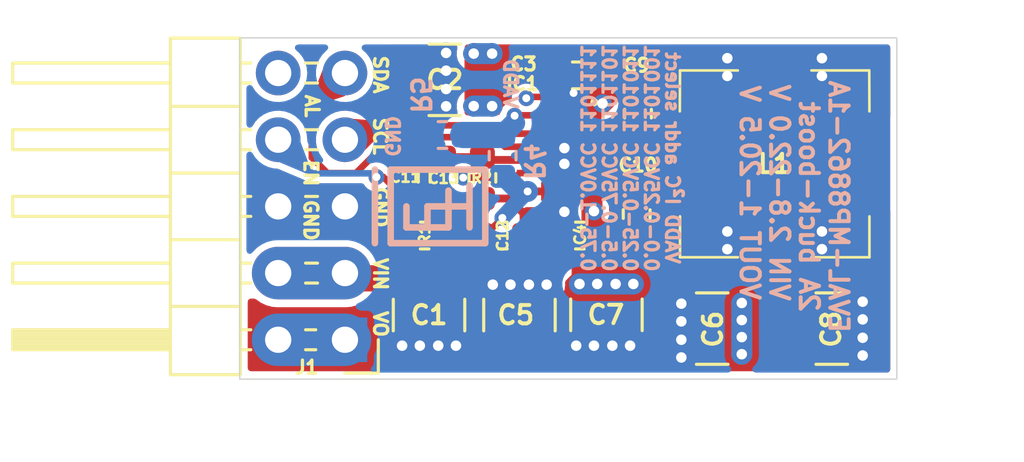
<source format=kicad_pcb>
(kicad_pcb (version 20201002) (generator pcbnew)
  (title_block (title "EVAL-MP8862GQ-0000") (date "2020-10-24") (rev "1A") (company "https://github.com/MisterHW"))
  (layers (0 "F.Cu" signal) (1 "In1.Cu" signal) (2 "In2.Cu" signal) (31 "B.Cu" signal) (34 "B.Paste" user) (35 "F.Paste" user) (36 "B.SilkS" user "B.Silkscreen") (37 "F.SilkS" user "F.Silkscreen") (38 "B.Mask" user) (39 "F.Mask" user) (44 "Edge.Cuts" user))
  (net 0 "")
  (net 1 "GND")
  (net 2 "/ALT")
  (net 3 "/SDA")
  (net 4 "/SCL")
  (net 5 "VPP")
  (net 6 "VDD")
  (net 7 "/EN")
  (net 8 "Net-(C9-Pad1)")
  (net 9 "/ADD")
  (net 10 "/VCC")
  (net 11 "/SW1")
  (net 12 "/SW2")
  (net 13 "/BST1")
  (net 14 "/BST2")
  (net 15 "/OC")
  (module "Resistor_SMD:R_0603_1608Metric" (layer "F.Cu") (at 105.23 93.8325 -90)
    (fp_text reference "R2" (at 0 0.03 180) (layer "F.SilkS") (effects (font (size 0.4 0.4) (thickness 0.1))))
    (fp_text value "21.5k")
    (fp_line (start -0.162779 -0.51) (end 0.162779 -0.51) (layer "F.SilkS") (width 0.12))
    (fp_line (start -0.162779 0.51) (end 0.162779 0.51) (layer "F.SilkS") (width 0.12))
    (pad "1" smd roundrect (at -0.7875 0 270) (size 0.875 0.95) (layers "F.Cu" "F.Paste" "F.Mask") (net 15 "/OC"))
    (pad "2" smd roundrect (at 0.7875 0 270) (size 0.875 0.95) (layers "F.Cu" "F.Paste" "F.Mask") (net 1 "GND"))
  )
  (module "Capacitor_SMD:C_1210_3225Metric" (layer "F.Cu") (at 103.2 99.06 -90)
    (fp_text reference "C1" (at 0 0 180) (layer "F.SilkS") (effects (font (size 0.7 0.7))))
    (fp_text value "22µF/35V")
    (fp_line (start -0.602064 1.36) (end 0.602064 1.36) (layer "F.SilkS") (width 0.12))
    (fp_line (start -0.602064 -1.36) (end 0.602064 -1.36) (layer "F.SilkS") (width 0.12))
    (pad "1" smd roundrect (at -1.4 0 270) (size 1.25 2.65) (layers "F.Cu" "F.Paste" "F.Mask") (roundrect_rratio 0.2) (net 5 "VPP"))
    (pad "2" smd roundrect (at 1.4 0 270) (size 1.25 2.65) (layers "F.Cu" "F.Paste" "F.Mask") (roundrect_rratio 0.2) (net 1 "GND"))
  )
  (module "Capacitor_SMD:C_0603_1608Metric" (layer "F.Cu") (at 108.9375 96.03 180)
    (fp_text reference "C4" (at -0.0125 0.03 90) (layer "F.SilkS") (effects (font (size 0.4 0.4) (thickness 0.1))))
    (fp_text value "100nF/50V")
    (fp_line (start -0.162779 -0.51) (end 0.162779 -0.51) (layer "F.SilkS") (width 0.12))
    (fp_line (start -0.162779 0.51) (end 0.162779 0.51) (layer "F.SilkS") (width 0.12))
    (pad "1" smd roundrect (at -0.7875 0 180) (size 0.875 0.95) (layers "F.Cu" "F.Paste" "F.Mask") (net 6 "VDD"))
    (pad "2" smd roundrect (at 0.7875 0 180) (size 0.875 0.95) (layers "F.Cu" "F.Paste" "F.Mask") (net 1 "GND"))
  )
  (module "Capacitor_SMD:C_1210_3225Metric" (layer "F.Cu") (at 106.64 99.06 90)
    (fp_text reference "C5" (at 0 -0.14 180) (layer "F.SilkS") (effects (font (size 0.7 0.7))))
    (fp_text value "22µF/35V")
    (fp_line (start -0.602064 1.36) (end 0.602064 1.36) (layer "F.SilkS") (width 0.12))
    (fp_line (start -0.602064 -1.36) (end 0.602064 -1.36) (layer "F.SilkS") (width 0.12))
    (pad "1" smd roundrect (at -1.4 0 90) (size 1.25 2.65) (layers "F.Cu" "F.Paste" "F.Mask") (roundrect_rratio 0.2) (net 6 "VDD"))
    (pad "2" smd roundrect (at 1.4 0 90) (size 1.25 2.65) (layers "F.Cu" "F.Paste" "F.Mask") (roundrect_rratio 0.2) (net 1 "GND"))
  )
  (module "Capacitor_SMD:C_1210_3225Metric" (layer "F.Cu") (at 113.975 99.575 180)
    (fp_text reference "C6" (at -0.025 -0.025 90) (layer "F.SilkS") (effects (font (size 0.7 0.7))))
    (fp_text value "22µF/35V")
    (fp_line (start -0.602064 -1.36) (end 0.602064 -1.36) (layer "F.SilkS") (width 0.12))
    (fp_line (start -0.602064 1.36) (end 0.602064 1.36) (layer "F.SilkS") (width 0.12))
    (pad "1" smd roundrect (at -1.4 0 180) (size 1.25 2.65) (layers "F.Cu" "F.Paste" "F.Mask") (roundrect_rratio 0.2) (net 6 "VDD"))
    (pad "2" smd roundrect (at 1.4 0 180) (size 1.25 2.65) (layers "F.Cu" "F.Paste" "F.Mask") (roundrect_rratio 0.2) (net 1 "GND"))
  )
  (module "Capacitor_SMD:C_1210_3225Metric" (layer "F.Cu") (at 109.95 99.05 -90)
    (fp_text reference "C7" (at 0 0.02 180) (layer "F.SilkS") (effects (font (size 0.7 0.7))))
    (fp_text value "22µF/35V")
    (fp_line (start -0.602064 1.36) (end 0.602064 1.36) (layer "F.SilkS") (width 0.12))
    (fp_line (start -0.602064 -1.36) (end 0.602064 -1.36) (layer "F.SilkS") (width 0.12))
    (pad "1" smd roundrect (at -1.4 0 270) (size 1.25 2.65) (layers "F.Cu" "F.Paste" "F.Mask") (roundrect_rratio 0.2) (net 6 "VDD"))
    (pad "2" smd roundrect (at 1.4 0 270) (size 1.25 2.65) (layers "F.Cu" "F.Paste" "F.Mask") (roundrect_rratio 0.2) (net 1 "GND"))
  )
  (module "Capacitor_SMD:C_1210_3225Metric" (layer "F.Cu") (at 118.525 99.575)
    (fp_text reference "C8" (at -0.025 0.025 90) (layer "F.SilkS") (effects (font (size 0.7 0.7))))
    (fp_text value "22µF/35V")
    (fp_line (start -0.602064 1.36) (end 0.602064 1.36) (layer "F.SilkS") (width 0.12))
    (fp_line (start -0.602064 -1.36) (end 0.602064 -1.36) (layer "F.SilkS") (width 0.12))
    (pad "1" smd roundrect (at -1.4 0) (size 1.25 2.65) (layers "F.Cu" "F.Paste" "F.Mask") (roundrect_rratio 0.2) (net 6 "VDD"))
    (pad "2" smd roundrect (at 1.4 0) (size 1.25 2.65) (layers "F.Cu" "F.Paste" "F.Mask") (roundrect_rratio 0.2) (net 1 "GND"))
  )
  (module "Capacitor_SMD:C_0603_1608Metric" (layer "F.Cu") (at 102.28 93.8325 90)
    (fp_text reference "C11" (at 0.0325 0.02 180) (layer "F.SilkS") (effects (font (size 0.4 0.4) (thickness 0.1))))
    (fp_text value "22nF")
    (fp_line (start -0.162779 -0.51) (end 0.162779 -0.51) (layer "F.SilkS") (width 0.12))
    (fp_line (start -0.162779 0.51) (end 0.162779 0.51) (layer "F.SilkS") (width 0.12))
    (pad "1" smd roundrect (at -0.7875 0 90) (size 0.875 0.95) (layers "F.Cu" "F.Paste" "F.Mask") (net 7 "/EN"))
    (pad "2" smd roundrect (at 0.7875 0 90) (size 0.875 0.95) (layers "F.Cu" "F.Paste" "F.Mask") (net 1 "GND"))
  )
  (module "Capacitor_SMD:C_0603_1608Metric" (layer "F.Cu") (at 103.75 93.8325 90)
    (fp_text reference "C13" (at -0.0175 0 180) (layer "F.SilkS") (effects (font (size 0.4 0.4) (thickness 0.1))))
    (fp_text value "22nF")
    (fp_line (start -0.162779 0.51) (end 0.162779 0.51) (layer "F.SilkS") (width 0.12))
    (fp_line (start -0.162779 -0.51) (end 0.162779 -0.51) (layer "F.SilkS") (width 0.12))
    (pad "1" smd roundrect (at -0.7875 0 90) (size 0.875 0.95) (layers "F.Cu" "F.Paste" "F.Mask") (net 1 "GND"))
    (pad "2" smd roundrect (at 0.7875 0 90) (size 0.875 0.95) (layers "F.Cu" "F.Paste" "F.Mask") (net 15 "/OC"))
  )
  (module "Resistor_SMD:R_0603_1608Metric" (layer "F.Cu") (at 103.0325 96.03 180)
    (fp_text reference "R1" (at 0 0.03 270) (layer "F.SilkS") (effects (font (size 0.4 0.4) (thickness 0.1))))
    (fp_text value "499k")
    (fp_line (start -0.162779 -0.51) (end 0.162779 -0.51) (layer "F.SilkS") (width 0.12))
    (fp_line (start -0.162779 0.51) (end 0.162779 0.51) (layer "F.SilkS") (width 0.12))
    (pad "1" smd roundrect (at -0.7875 0 180) (size 0.875 0.95) (layers "F.Cu" "F.Paste" "F.Mask") (net 5 "VPP"))
    (pad "2" smd roundrect (at 0.7875 0 180) (size 0.875 0.95) (layers "F.Cu" "F.Paste" "F.Mask") (net 7 "/EN"))
  )
  (module "MP8862GQ:MP8862GQ" (layer "F.Cu") (at 108.34 92.9 -90)
    (fp_text reference "IC1" (at -2.65 1.59 180) (layer "F.SilkS") (effects (font (size 0.5 0.5) (thickness 0.125))))
    (fp_text value "MP8862GQ" hide)
    (fp_line (start -2 -1.15) (end -2 -1.15) (layer "F.SilkS") (width 0.2))
    (fp_line (start -1.9 -1.15) (end -1.9 -1.15) (layer "F.SilkS") (width 0.2))
    (fp_line (start -2 -1.15) (end -2 -1.15) (layer "F.SilkS") (width 0.2))
    (fp_arc (start -1.95 -1.15) (end -2 -1.15) (angle -180) (layer "F.SilkS") (width 0.2))
    (fp_arc (start -1.95 -1.15) (end -2 -1.15) (angle -180) (layer "F.SilkS") (width 0.2))
    (fp_arc (start -1.95 -1.15) (end -1.9 -1.15) (angle -180) (layer "F.SilkS") (width 0.2))
    (pad "1" smd rect (at -1.4 -0.75) (size 0.25 0.8) (layers "F.Cu" "F.Paste" "F.Mask") (net 5 "VPP"))
    (pad "2" smd rect (at -1.45 -0.25) (size 0.25 0.7) (layers "F.Cu" "F.Paste" "F.Mask") (net 1 "GND"))
    (pad "3" smd rect (at -1.45 0.25) (size 0.25 0.7) (layers "F.Cu" "F.Paste" "F.Mask") (net 7 "/EN"))
    (pad "4" smd rect (at -1.45 0.75) (size 0.25 0.7) (layers "F.Cu" "F.Paste" "F.Mask") (net 9 "/ADD"))
    (pad "5" smd rect (at -0.75 1.45 270) (size 0.25 0.7) (layers "F.Cu" "F.Paste" "F.Mask") (net 4 "/SCL"))
    (pad "6" smd rect (at -0.25 1.2 270) (size 0.25 1.2) (layers "F.Cu" "F.Paste" "F.Mask") (net 3 "/SDA"))
    (pad "7" smd rect (at 0.25 1.2 270) (size 0.25 1.2) (layers "F.Cu" "F.Paste" "F.Mask") (net 15 "/OC"))
    (pad "8" smd rect (at 0.75 1.45 270) (size 0.25 0.7) (layers "F.Cu" "F.Paste" "F.Mask") (net 2 "/ALT"))
    (pad "9" smd rect (at 1.45 0.75) (size 0.25 0.7) (layers "F.Cu" "F.Paste" "F.Mask") (net 10 "/VCC"))
    (pad "10" smd rect (at 1.45 0.25) (size 0.25 0.7) (layers "F.Cu" "F.Paste" "F.Mask") (net 1 "GND"))
    (pad "11" smd rect (at 1.45 -0.25) (size 0.25 0.7) (layers "F.Cu" "F.Paste" "F.Mask") (net 1 "GND"))
    (pad "12" smd rect (at 1.45 -0.75) (size 0.25 0.7) (layers "F.Cu" "F.Paste" "F.Mask") (net 6 "VDD"))
    (pad "13" smd rect (at 0.75 -1.45 270) (size 0.25 0.7) (layers "F.Cu" "F.Paste" "F.Mask") (net 14 "/BST2"))
    (pad "14" smd rect (at 0.25 -1.2 270) (size 0.25 1.2) (layers "F.Cu" "F.Paste" "F.Mask") (net 12 "/SW2"))
    (pad "15" smd rect (at -0.25 -1.2 270) (size 0.25 1.2) (layers "F.Cu" "F.Paste" "F.Mask") (net 11 "/SW1"))
    (pad "16" smd rect (at -0.75 -1.45 270) (size 0.25 0.7) (layers "F.Cu" "F.Paste" "F.Mask") (net 13 "/BST1"))
  )
  (module "Capacitor_SMD:C_0603_1608Metric" (layer "F.Cu") (at 108.82 89.93 180)
    (fp_text reference "C3" (at 2.02 0.43 180) (layer "F.SilkS") (effects (font (size 0.5 0.5) (thickness 0.125))))
    (fp_text value "100nF/50V")
    (fp_line (start -0.162779 -0.51) (end 0.162779 -0.51) (layer "F.SilkS") (width 0.12))
    (fp_line (start -0.162779 0.51) (end 0.162779 0.51) (layer "F.SilkS") (width 0.12))
    (pad "1" smd roundrect (at -0.7875 0 180) (size 0.875 0.95) (layers "F.Cu" "F.Paste" "F.Mask") (net 5 "VPP"))
    (pad "2" smd roundrect (at 0.7875 0 180) (size 0.875 0.95) (layers "F.Cu" "F.Paste" "F.Mask") (net 1 "GND"))
  )
  (module "IHLE2525CD:IHLE2525CD" (layer "F.Cu") (at 116.35 93.3 90)
    (fp_text reference "L1" (at 0 0 180) (layer "F.SilkS") (effects (font (size 0.7 0.7))))
    (fp_text value "IHLE2525CDER4R7M5A" hide)
    (fp_line (start -2 -3.6) (end -3.558 -3.6) (layer "F.SilkS") (width 0.1))
    (fp_line (start 3.559 3.6) (end 3.559 1.4) (layer "F.SilkS") (width 0.1))
    (fp_line (start -3.558 -3.6) (end -3.558 -1.4) (layer "F.SilkS") (width 0.1))
    (fp_line (start 2 -3.607) (end 3.559 -3.6) (layer "F.SilkS") (width 0.1))
    (fp_line (start -3.558 3.607) (end -2 3.607) (layer "F.SilkS") (width 0.1))
    (fp_line (start 2 3.607) (end 3.559 3.6) (layer "F.SilkS") (width 0.1))
    (fp_line (start -3.558 1.4) (end -3.558 3.607) (layer "F.SilkS") (width 0.1))
    (fp_line (start 3.559 -3.6) (end 3.559 -1.4) (layer "F.SilkS") (width 0.1))
    (pad "1" smd roundrect (at 0 3 180) (size 2.4 3.4) (layers "F.Cu" "F.Paste" "F.Mask") (net 11 "/SW1"))
    (pad "2" smd roundrect (at 0 -3 180) (size 2.4 3.4) (layers "F.Cu" "F.Paste" "F.Mask") (net 12 "/SW2"))
    (pad "3" smd roundrect (at 3.053 0 90) (size 2.285 2.39) (layers "F.Cu" "F.Paste" "F.Mask") (net 1 "GND"))
    (pad "4" smd roundrect (at -3.053 0 90) (size 2.285 2.39) (layers "F.Cu" "F.Paste" "F.Mask") (roundrect_rratio 0.24) (net 1 "GND"))
  )
  (module "Capacitor_SMD:C_0603_1608Metric" (layer "F.Cu") (at 111.1 95.2125 -90)
    (fp_text reference "C10" (at -1.8625 -0.05 180) (layer "F.SilkS") (effects (font (size 0.5 0.5) (thickness 0.125))))
    (fp_text value "100nF/50V")
    (fp_line (start -0.162779 0.51) (end 0.162779 0.51) (layer "F.SilkS") (width 0.12))
    (fp_line (start -0.162779 -0.51) (end 0.162779 -0.51) (layer "F.SilkS") (width 0.12))
    (pad "1" smd roundrect (at -0.7875 0 270) (size 0.875 0.95) (layers "F.Cu" "F.Paste" "F.Mask") (net 12 "/SW2"))
    (pad "2" smd roundrect (at 0.7875 0 270) (size 0.875 0.95) (layers "F.Cu" "F.Paste" "F.Mask") (net 14 "/BST2"))
  )
  (module "Capacitor_SMD:C_1210_3225Metric" (layer "F.Cu") (at 103.8 90.1 180)
    (fp_text reference "C2" (at 0 0) (layer "F.SilkS") (effects (font (size 0.7 0.7))))
    (fp_text value "22µF/35V")
    (fp_line (start -0.602064 1.36) (end 0.602064 1.36) (layer "F.SilkS") (width 0.12))
    (fp_line (start -0.602064 -1.36) (end 0.602064 -1.36) (layer "F.SilkS") (width 0.12))
    (pad "1" smd roundrect (at -1.4 0 180) (size 1.25 2.65) (layers "F.Cu" "F.Paste" "F.Mask") (roundrect_rratio 0.2) (net 5 "VPP"))
    (pad "2" smd roundrect (at 1.4 0 180) (size 1.25 2.65) (layers "F.Cu" "F.Paste" "F.Mask") (roundrect_rratio 0.2) (net 1 "GND"))
  )
  (module "Capacitor_SMD:C_0603_1608Metric" (layer "F.Cu") (at 111.15 91.3875 90)
    (fp_text reference "C9" (at 1.8375 -0.05) (layer "F.SilkS") (effects (font (size 0.5 0.5) (thickness 0.125))))
    (fp_text value "100nF/50V")
    (fp_line (start -0.162779 -0.51) (end 0.162779 -0.51) (layer "F.SilkS") (width 0.12))
    (fp_line (start -0.162779 0.51) (end 0.162779 0.51) (layer "F.SilkS") (width 0.12))
    (pad "1" smd roundrect (at -0.7875 0 90) (size 0.875 0.95) (layers "F.Cu" "F.Paste" "F.Mask") (net 11 "/SW1"))
    (pad "2" smd roundrect (at 0.7875 0 90) (size 0.875 0.95) (layers "F.Cu" "F.Paste" "F.Mask") (net 13 "/BST1"))
  )
  (module "Connector_PinHeader_2.54mm:PinHeader_2x05_P2.54mm_Horizontal" (layer "F.Cu") (at 100 100 180)
    (fp_text reference "J1" (at 1.45 -1.05 180) (layer "F.SilkS") (effects (font (size 0.5 0.5) (thickness 0.125))))
    (fp_text value "61300511021")
    (fp_line (start 6.64 0.28) (end 12.64 0.28) (layer "F.SilkS") (width 0.12))
    (fp_line (start 3.98 11.49) (end 6.64 11.49) (layer "F.SilkS") (width 0.12))
    (fp_line (start 12.64 7.24) (end 12.64 8) (layer "F.SilkS") (width 0.12))
    (fp_line (start 3.98 1.27) (end 6.64 1.27) (layer "F.SilkS") (width 0.12))
    (fp_line (start 6.64 7.24) (end 12.64 7.24) (layer "F.SilkS") (width 0.12))
    (fp_line (start 1.11 0.38) (end 1.497071 0.38) (layer "F.SilkS") (width 0.12))
    (fp_line (start 3.98 8.89) (end 6.64 8.89) (layer "F.SilkS") (width 0.12))
    (fp_line (start 6.64 0.04) (end 12.64 0.04) (layer "F.SilkS") (width 0.12))
    (fp_line (start 3.582929 0.38) (end 3.98 0.38) (layer "F.SilkS") (width 0.12))
    (fp_line (start 6.64 2.16) (end 12.64 2.16) (layer "F.SilkS") (width 0.12))
    (fp_line (start 1.042929 2.92) (end 1.497071 2.92) (layer "F.SilkS") (width 0.12))
    (fp_line (start 3.98 6.35) (end 6.64 6.35) (layer "F.SilkS") (width 0.12))
    (fp_line (start 12.64 2.92) (end 6.64 2.92) (layer "F.SilkS") (width 0.12))
    (fp_line (start 12.64 4.7) (end 12.64 5.46) (layer "F.SilkS") (width 0.12))
    (fp_line (start 1.042929 8) (end 1.497071 8) (layer "F.SilkS") (width 0.12))
    (fp_line (start -1.27 0) (end -1.27 -1.27) (layer "F.SilkS") (width 0.12))
    (fp_line (start 6.64 4.7) (end 12.64 4.7) (layer "F.SilkS") (width 0.12))
    (fp_line (start 3.582929 7.24) (end 3.98 7.24) (layer "F.SilkS") (width 0.12))
    (fp_line (start 12.64 8) (end 6.64 8) (layer "F.SilkS") (width 0.12))
    (fp_line (start 3.582929 4.7) (end 3.98 4.7) (layer "F.SilkS") (width 0.12))
    (fp_line (start 6.64 9.78) (end 12.64 9.78) (layer "F.SilkS") (width 0.12))
    (fp_line (start 6.64 11.49) (end 6.64 -1.33) (layer "F.SilkS") (width 0.12))
    (fp_line (start 3.582929 9.78) (end 3.98 9.78) (layer "F.SilkS") (width 0.12))
    (fp_line (start -1.27 -1.27) (end 0 -1.27) (layer "F.SilkS") (width 0.12))
    (fp_line (start 1.042929 4.7) (end 1.497071 4.7) (layer "F.SilkS") (width 0.12))
    (fp_line (start 6.64 0.16) (end 12.64 0.16) (layer "F.SilkS") (width 0.12))
    (fp_line (start 3.98 3.81) (end 6.64 3.81) (layer "F.SilkS") (width 0.12))
    (fp_line (start 12.64 9.78) (end 12.64 10.54) (layer "F.SilkS") (width 0.12))
    (fp_line (start 12.64 5.46) (end 6.64 5.46) (layer "F.SilkS") (width 0.12))
    (fp_line (start 3.582929 2.92) (end 3.98 2.92) (layer "F.SilkS") (width 0.12))
    (fp_line (start 3.582929 -0.38) (end 3.98 -0.38) (layer "F.SilkS") (width 0.12))
    (fp_line (start 6.64 -0.32) (end 12.64 -0.32) (layer "F.SilkS") (width 0.12))
    (fp_line (start 6.64 -1.33) (end 3.98 -1.33) (layer "F.SilkS") (width 0.12))
    (fp_line (start 12.64 -0.38) (end 12.64 0.38) (layer "F.SilkS") (width 0.12))
    (fp_line (start 6.64 -0.2) (end 12.64 -0.2) (layer "F.SilkS") (width 0.12))
    (fp_line (start 1.042929 10.54) (end 1.497071 10.54) (layer "F.SilkS") (width 0.12))
    (fp_line (start 1.042929 5.46) (end 1.497071 5.46) (layer "F.SilkS") (width 0.12))
    (fp_line (start 6.64 -0.38) (end 12.64 -0.38) (layer "F.SilkS") (width 0.12))
    (fp_line (start 3.582929 5.46) (end 3.98 5.46) (layer "F.SilkS") (width 0.12))
    (fp_line (start 1.11 -0.38) (end 1.497071 -0.38) (layer "F.SilkS") (width 0.12))
    (fp_line (start 12.64 10.54) (end 6.64 10.54) (layer "F.SilkS") (width 0.12))
    (fp_line (start 12.64 0.38) (end 6.64 0.38) (layer "F.SilkS") (width 0.12))
    (fp_line (start 1.042929 2.16) (end 1.497071 2.16) (layer "F.SilkS") (width 0.12))
    (fp_line (start 3.582929 8) (end 3.98 8) (layer "F.SilkS") (width 0.12))
    (fp_line (start 1.042929 9.78) (end 1.497071 9.78) (layer "F.SilkS") (width 0.12))
    (fp_line (start 1.042929 7.24) (end 1.497071 7.24) (layer "F.SilkS") (width 0.12))
    (fp_line (start 3.582929 2.16) (end 3.98 2.16) (layer "F.SilkS") (width 0.12))
    (fp_line (start 6.64 -0.08) (end 12.64 -0.08) (layer "F.SilkS") (width 0.12))
    (fp_line (start 12.64 2.16) (end 12.64 2.92) (layer "F.SilkS") (width 0.12))
    (fp_line (start 3.582929 10.54) (end 3.98 10.54) (layer "F.SilkS") (width 0.12))
    (fp_line (start 3.98 -1.33) (end 3.98 11.49) (layer "F.SilkS") (width 0.12))
    (pad "1" thru_hole rect (at 0 0 180) (size 1.7 1.7) (drill 1) (layers *.Cu *.Mask) (net 6 "VDD"))
    (pad "2" thru_hole oval (at 2.54 0 180) (size 1.7 1.7) (drill 1) (layers *.Cu *.Mask) (net 6 "VDD"))
    (pad "3" thru_hole oval (at 0 2.54 180) (size 1.7 1.7) (drill 1) (layers *.Cu *.Mask) (net 5 "VPP"))
    (pad "4" thru_hole oval (at 2.54 2.54 180) (size 1.7 1.7) (drill 1) (layers *.Cu *.Mask) (net 5 "VPP"))
    (pad "5" thru_hole oval (at 0 5.08 180) (size 1.7 1.7) (drill 1) (layers *.Cu *.Mask) (net 1 "GND"))
    (pad "6" thru_hole oval (at 2.54 5.08 180) (size 1.7 1.7) (drill 1) (layers *.Cu *.Mask) (net 1 "GND"))
    (pad "7" thru_hole oval (at 0 7.62 180) (size 1.7 1.7) (drill 1) (layers *.Cu *.Mask) (net 4 "/SCL"))
    (pad "8" thru_hole oval (at 2.54 7.62 180) (size 1.7 1.7) (drill 1) (layers *.Cu *.Mask) (net 7 "/EN"))
    (pad "9" thru_hole oval (at 0 10.16 180) (size 1.7 1.7) (drill 1) (layers *.Cu *.Mask) (net 3 "/SDA"))
    (pad "10" thru_hole oval (at 2.54 10.16 180) (size 1.7 1.7) (drill 1) (layers *.Cu *.Mask) (net 2 "/ALT"))
  )
  (module "Capacitor_SMD:C_0603_1608Metric" (layer "F.Cu") (at 106.01 96.03 180)
    (fp_text reference "C12" (at 0.01 -0.02 90) (layer "F.SilkS") (effects (font (size 0.4 0.4) (thickness 0.1))))
    (fp_text value "1µF/16V")
    (fp_line (start -0.162779 -0.51) (end 0.162779 -0.51) (layer "F.SilkS") (width 0.12))
    (fp_line (start -0.162779 0.51) (end 0.162779 0.51) (layer "F.SilkS") (width 0.12))
    (pad "1" smd roundrect (at -0.7875 0 180) (size 0.875 0.95) (layers "F.Cu" "F.Paste" "F.Mask") (net 1 "GND"))
    (pad "2" smd roundrect (at 0.7875 0 180) (size 0.875 0.95) (layers "F.Cu" "F.Paste" "F.Mask") (net 10 "/VCC"))
  )
  (module "Resistor_SMD:R_0603_1608Metric" (layer "B.Cu") (at 103.7125 92.2 180)
    (fp_text reference "R5" (at 0.8425 1.522 270 unlocked) (layer "B.SilkS") (effects (font (size 0.7 0.7)) (justify mirror)))
    (fp_text value "301k")
    (fp_line (start -0.162779 -0.51) (end 0.162779 -0.51) (layer "B.SilkS") (width 0.12))
    (fp_line (start -0.162779 0.51) (end 0.162779 0.51) (layer "B.SilkS") (width 0.12))
    (pad "1" smd roundrect (at -0.7875 0 180) (size 0.875 0.95) (layers "B.Cu" "B.Paste" "B.Mask") (net 9 "/ADD"))
    (pad "2" smd roundrect (at 0.7875 0 180) (size 0.875 0.95) (layers "B.Cu" "B.Paste" "B.Mask") (net 1 "GND"))
  )
  (module "Resistor_SMD:R_0603_1608Metric" (layer "B.Cu") (at 106 92.9875 90)
    (fp_text reference "R4" (at -0.2305 1.188 270 unlocked) (layer "B.SilkS") (effects (font (size 0.7 0.7)) (justify mirror)))
    (fp_text value "499k")
    (fp_line (start -0.162779 -0.51) (end 0.162779 -0.51) (layer "B.SilkS") (width 0.12))
    (fp_line (start -0.162779 0.51) (end 0.162779 0.51) (layer "B.SilkS") (width 0.12))
    (pad "1" smd roundrect (at -0.7875 0 90) (size 0.875 0.95) (layers "B.Cu" "B.Paste" "B.Mask") (net 10 "/VCC"))
    (pad "2" smd roundrect (at 0.7875 0 90) (size 0.875 0.95) (layers "B.Cu" "B.Paste" "B.Mask") (net 9 "/ADD"))
  )
  (gr_line (start 103.14 94.92) (end 103.14 95.72) (layer "B.SilkS") (width 0.25))
  (gr_line (start 103.94 94.92) (end 103.14 94.92) (layer "B.SilkS") (width 0.25))
  (gr_line (start 102.34 95.72) (end 102.34 94.92) (layer "B.SilkS") (width 0.25))
  (gr_line (start 103.94 95.72) (end 102.34 95.72) (layer "B.SilkS") (width 0.25))
  (gr_line (start 103.94 94.92) (end 103.94 95.72) (layer "B.SilkS") (width 0.25))
  (gr_line (start 103.94 94.92) (end 103.94 94.32) (layer "B.SilkS") (width 0.25))
  (gr_line (start 104.74 94.92) (end 103.94 94.92) (layer "B.SilkS") (width 0.25))
  (gr_line (start 104.74 94.12) (end 104.74 95.72) (layer "B.SilkS") (width 0.25))
  (gr_line (start 101.14 93.52) (end 101.14 96.32) (layer "B.SilkS") (width 0.25))
  (gr_line (start 101.74 93.52) (end 105.34 93.52) (layer "B.SilkS") (width 0.25))
  (gr_line (start 101.74 96.32) (end 101.74 93.52) (layer "B.SilkS") (width 0.25))
  (gr_line (start 105.34 96.32) (end 101.74 96.32) (layer "B.SilkS") (width 0.25))
  (gr_line (start 105.34 93.52) (end 105.34 96.32) (layer "B.SilkS") (width 0.25))
  (gr_line (start 121 101.5) (end 96 101.5) (layer "Edge.Cuts") (width 0.05))
  (gr_line (start 96 88.5) (end 121 88.5) (layer "Edge.Cuts") (width 0.05))
  (gr_line (start 121 88.5) (end 121 101.5) (layer "Edge.Cuts") (width 0.05))
  (gr_line (start 96 101.5) (end 96 88.5) (layer "Edge.Cuts") (width 0.05))
  (gr_text "VADD I²C addr select\n0.0-0.25VCC 1101001\n0.25-0.5VCC 1101011\n0.5-0.75VCC 1101101\n0.75-1.0VCC 1101111" (at 110.85 93.075 270) (layer "B.SilkS") (effects (font (size 0.5 0.5) (thickness 0.125)) (justify mirror)))
  (gr_text "GND" (at 101.8 92.25 270) (layer "B.SilkS") (effects (font (size 0.5 0.5) (thickness 0.125)) (justify mirror)))
  (gr_text "VADD" (at 106.3 90.25 270) (layer "B.SilkS") (effects (font (size 0.5 0.5) (thickness 0.125)) (justify mirror)))
  (gr_text "EVAL-MP8862-1A\n2A buck-boost\n  VIN 2.8-22.0 V\n  VOUT 1-20.5 V" (at 117.094 94.93 -90) (layer "B.SilkS") (effects (font (size 0.7 0.7)) (justify mirror)))
  (gr_text "GND" (at 101.35 94.95 270) (layer "F.SilkS") (effects (font (size 0.5 0.5) (thickness 0.125))))
  (gr_text "SDA" (at 101.35 89.9 270) (layer "F.SilkS") (effects (font (size 0.5 0.5) (thickness 0.125))))
  (gr_text "SCL" (at 101.35 92.25 270) (layer "F.SilkS") (effects (font (size 0.5 0.5) (thickness 0.125))))
  (gr_text "VIN" (at 101.35 97.5 270) (layer "F.SilkS") (effects (font (size 0.5 0.5) (thickness 0.125))))
  (gr_text "VO" (at 101.35 99.4 270) (layer "F.SilkS") (effects (font (size 0.5 0.5) (thickness 0.125))))
  (gr_text "EN" (at 98.7 93.65 270) (layer "F.SilkS") (effects (font (size 0.5 0.5) (thickness 0.125))))
  (gr_text "GND" (at 98.7 95.45 270) (layer "F.SilkS") (effects (font (size 0.5 0.5) (thickness 0.125))))
  (gr_text "AL" (at 98.75 91.1 270) (layer "F.SilkS") (effects (font (size 0.5 0.5) (thickness 0.125))))
  (segment (start 107.675 97.9) (end 107.04 97.66) (width 0.6) (layer "F.Cu") (net 1))
  (segment (start 106.275 97.9) (end 106.64 97.66) (width 0.6) (layer "F.Cu") (net 1))
  (segment (start 107.025 97.9) (end 106.275 97.9) (width 0.6) (layer "F.Cu") (net 1))
  (segment (start 103.85 89.725) (end 103.85 90.475) (width 0.6) (layer "F.Cu") (net 1))
  (segment (start 106.7975 95.1875) (end 106.7975 95.2275) (width 0.3) (layer "F.Cu") (net 1))
  (segment (start 107.18 97.32) (end 106.98 97.32) (width 0.6) (layer "F.Cu") (net 1))
  (segment (start 106.94 97.66) (end 106.64 97.66) (width 0.8) (layer "F.Cu") (net 1))
  (segment (start 102.28 93.045) (end 102.28 93.15) (width 0.3) (layer "F.Cu") (net 1))
  (segment (start 105.23 94.62) (end 105.43 94.62) (width 0.25) (layer "F.Cu") (net 1))
  (segment (start 108.59 94.35) (end 108.59 95.59) (width 0.3) (layer "F.Cu") (net 1))
  (segment (start 106.925 95.1) (end 106.7975 95.2275) (width 0.3) (layer "F.Cu") (net 1))
  (segment (start 108.0525 89.95) (end 108.0325 89.93) (width 0.3) (layer "F.Cu") (net 1))
  (segment (start 102.28 93.15) (end 103.75 94.62) (width 0.3) (layer "F.Cu") (net 1))
  (segment (start 108.15 96.03) (end 108.15 96.45) (width 0.8) (layer "F.Cu") (net 1))
  (segment (start 108.59 95.59) (end 108.15 96.03) (width 0.3) (layer "F.Cu") (net 1))
  (segment (start 108.15 96.45) (end 106.94 97.66) (width 0.8) (layer "F.Cu") (net 1))
  (segment (start 106.23 94.62) (end 106.7975 95.1875) (width 0.3) (layer "F.Cu") (net 1))
  (segment (start 105.33 94.62) (end 105.55 94.4) (width 0.3) (layer "F.Cu") (net 1))
  (segment (start 107.04 97.66) (end 107.025 97.9) (width 0.6) (layer "F.Cu") (net 1))
  (segment (start 108.09 95) (end 107.99 95.1) (width 0.3) (layer "F.Cu") (net 1))
  (segment (start 108.31 93.59) (end 108.59 93.59) (width 0.3) (layer "F.Cu") (net 1))
  (segment (start 103.75 94.62) (end 105.23 94.62) (width 0.3) (layer "F.Cu") (net 1))
  (segment (start 105.23 94.62) (end 105.33 94.62) (width 0.3) (layer "F.Cu") (net 1))
  (segment (start 107.99 95.1) (end 106.925 95.1) (width 0.3) (layer "F.Cu") (net 1))
  (segment (start 106.7975 95.2275) (end 106.7975 96.03) (width 0.3) (layer "F.Cu") (net 1))
  (segment (start 108.5 89.95) (end 108.0525 89.95) (width 0.3) (layer "F.Cu") (net 1))
  (segment (start 105.23 94.62) (end 106.23 94.62) (width 0.3) (layer "F.Cu") (net 1))
  (segment (start 108.09 94.35) (end 108.09 95) (width 0.3) (layer "F.Cu") (net 1))
  (segment (start 108.59 91.45) (end 108.59 90.04) (width 0.3) (layer "F.Cu") (net 1))
  (segment (start 97.46 94.92) (end 100 94.92) (width 1.7) (layer "F.Cu") (net 1))
  (segment (start 108.09 93.81) (end 108.31 93.59) (width 0.3) (layer "F.Cu") (net 1))
  (segment (start 108.09 94.35) (end 108.09 93.81) (width 0.3) (layer "F.Cu") (net 1))
  (segment (start 108.59 90.04) (end 108.5 89.95) (width 0.3) (layer "F.Cu") (net 1))
  (via (at 108.35 92.7) (size 0.7) (drill 0.4) (layers "F.Cu" "B.Cu") (net 1))
  (via (at 103.55 100.225) (size 0.8) (drill 0.4) (layers "F.Cu" "B.Cu") (net 1))
  (via (at 102.85 100.225) (size 0.8) (drill 0.4) (layers "F.Cu" "B.Cu") (net 1))
  (via (at 102.175 100.225) (size 0.8) (drill 0.4) (layers "F.Cu" "B.Cu") (net 1))
  (via (at 103.85 89.075) (size 0.8) (drill 0.4) (layers "F.Cu" "B.Cu") (net 1))
  (via (at 118.15 89.275) (size 0.8) (drill 0.4) (layers "F.Cu" "B.Cu") (net 1))
  (via (at 114.55 96.55) (size 0.8) (drill 0.4) (layers "F.Cu" "B.Cu") (net 1))
  (via (at 114.55 95.875) (size 0.8) (drill 0.4) (layers "F.Cu" "B.Cu") (net 1))
  (via (at 108.35 95.125) (size 0.7) (drill 0.4) (layers "F.Cu" "B.Cu") (net 1))
  (via (at 112.8 99.3) (size 0.8) (drill 0.4) (layers "F.Cu" "B.Cu") (net 1))
  (via (at 110.175 100.225) (size 0.8) (drill 0.4) (layers "F.Cu" "B.Cu") (net 1))
  (via (at 119.7 99.925) (size 0.8) (drill 0.4) (layers "F.Cu" "B.Cu") (net 1))
  (via (at 119.7 98.55) (size 0.8) (drill 0.4) (layers "F.Cu" "B.Cu") (net 1))
  (via (at 110.85 100.225) (size 0.8) (drill 0.4) (layers "F.Cu" "B.Cu") (net 1))
  (via (at 118.15 89.95) (size 0.8) (drill 0.4) (layers "F.Cu" "B.Cu") (net 1))
  (via (at 105.625 97.9) (size 0.8) (drill 0.4) (layers "F.Cu" "B.Cu") (net 1))
  (via (at 112.8 100.675) (size 0.8) (drill 0.4) (layers "F.Cu" "B.Cu") (net 1))
  (via (at 108.35 93.3) (size 0.7) (drill 0.4) (layers "F.Cu" "B.Cu") (net 1))
  (via (at 112.8 98.625) (size 0.8) (drill 0.4) (layers "F.Cu" "B.Cu") (net 1))
  (via (at 112.8 100) (size 0.8) (drill 0.4) (layers "F.Cu" "B.Cu") (net 1))
  (via (at 119.7 99.225) (size 0.8) (drill 0.4) (layers "F.Cu" "B.Cu") (net 1))
  (via (at 114.55 89.275) (size 0.8) (drill 0.4) (layers "F.Cu" "B.Cu") (net 1))
  (via (at 103.85 90.45) (size 0.8) (drill 0.4) (layers "F.Cu" "B.Cu") (net 1))
  (via (at 107.675 97.9) (size 0.8) (drill 0.4) (layers "F.Cu" "B.Cu") (net 1))
  (via (at 104.225 100.225) (size 0.8) (drill 0.4) (layers "F.Cu" "B.Cu") (net 1))
  (via (at 118.15 95.875) (size 0.8) (drill 0.4) (layers "F.Cu" "B.Cu") (net 1))
  (via (at 114.55 89.95) (size 0.8) (drill 0.4) (layers "F.Cu" "B.Cu") (net 1))
  (via (at 109.475 100.225) (size 0.8) (drill 0.4) (layers "F.Cu" "B.Cu") (net 1))
  (via (at 108.8 100.225) (size 0.8) (drill 0.4) (layers "F.Cu" "B.Cu") (net 1))
  (via (at 103.85 91.10747) (size 0.8) (drill 0.4) (layers "F.Cu" "B.Cu") (net 1))
  (via (at 103.85 89.75) (size 0.8) (drill 0.4) (layers "F.Cu" "B.Cu") (net 1))
  (via (at 118.15 96.55) (size 0.8) (drill 0.4) (layers "F.Cu" "B.Cu") (net 1))
  (via (at 108.7 90.6) (size 0.6) (drill 0.3) (layers "F.Cu" "B.Cu") (net 1))
  (via (at 107 97.9) (size 0.8) (drill 0.4) (layers "F.Cu" "B.Cu") (net 1))
  (via (at 106.3 97.9) (size 0.8) (drill 0.4) (layers "F.Cu" "B.Cu") (net 1))
  (via (at 119.7 100.6) (size 0.8) (drill 0.4) (layers "F.Cu" "B.Cu") (net 1))
  (segment (start 97.46 94.92) (end 100 94.92) (width 1.5) (layer "B.Cu") (net 1))
  (segment (start 103.85 89.075) (end 103.85 91.10747) (width 0.8) (layer "B.Cu") (net 1))
  (segment (start 106.89 93.65) (end 106.65 93.65) (width 0.25) (layer "F.Cu") (net 2))
  (segment (start 106.65 93.65) (end 106.475 93.825) (width 0.25) (layer "F.Cu") (net 2))
  (segment (start 106.475 93.825) (end 104.5 93.825) (width 0.25) (layer "F.Cu") (net 2))
  (via (at 104.5 93.825) (size 0.6) (drill 0.3) (layers "F.Cu" "B.Cu") (net 2))
  (segment (start 107.14 92.65) (end 106.088585 92.65) (width 0.25) (layer "F.Cu") (net 3))
  (segment (start 98.74 93.06) (end 98.74 91.1) (width 0.25) (layer "F.Cu") (net 3))
  (segment (start 99.33 93.65) (end 98.74 93.06) (width 0.25) (layer "F.Cu") (net 3))
  (segment (start 106.088585 92.65) (end 105.721076 92.282491) (width 0.25) (layer "F.Cu") (net 3))
  (segment (start 99.150001 90.689999) (end 100 89.84) (width 0.25) (layer "F.Cu") (net 3))
  (segment (start 101.787509 92.282491) (end 100.42 93.65) (width 0.25) (layer "F.Cu") (net 3))
  (segment (start 100.42 93.65) (end 99.33 93.65) (width 0.25) (layer "F.Cu") (net 3))
  (segment (start 98.74 91.1) (end 99.150001 90.689999) (width 0.25) (layer "F.Cu") (net 3))
  (segment (start 105.721076 92.282491) (end 101.787509 92.282491) (width 0.25) (layer "F.Cu") (net 3))
  (segment (start 106.224996 92.15) (end 105.907476 91.83248) (width 0.25) (layer "F.Cu") (net 4))
  (segment (start 100.54752 91.83248) (end 100 92.38) (width 0.25) (layer "F.Cu") (net 4))
  (segment (start 105.907476 91.83248) (end 100.54752 91.83248) (width 0.25) (layer "F.Cu") (net 4))
  (segment (start 106.89 92.15) (end 106.224996 92.15) (width 0.25) (layer "F.Cu") (net 4))
  (segment (start 103.82 97.04) (end 103.2 97.66) (width 0.25) (layer "F.Cu") (net 5))
  (segment (start 100 97.46) (end 100 97.5) (width 1) (layer "F.Cu") (net 5))
  (segment (start 97.46 97.46) (end 100 97.46) (width 2) (layer "F.Cu") (net 5))
  (segment (start 103.2 97.66) (end 100.2 97.66) (width 1) (layer "F.Cu") (net 5))
  (segment (start 100.2 97.66) (end 100 97.46) (width 1) (layer "F.Cu") (net 5))
  (segment (start 103.82 96.03) (end 103.82 97.04) (width 0.25) (layer "F.Cu") (net 5))
  (via (at 104.9 89.1) (size 0.8) (drill 0.4) (layers "F.Cu" "B.Cu") (net 5))
  (via (at 105.6 89.1) (size 0.8) (drill 0.4) (layers "F.Cu" "B.Cu") (net 5))
  (via (at 105.6 91.1) (size 0.8) (drill 0.4) (layers "F.Cu" "B.Cu") (net 5))
  (via (at 109.8 91) (size 0.7) (drill 0.4) (layers "F.Cu" "B.Cu") (net 5))
  (via (at 104.9 91.1) (size 0.8) (drill 0.4) (layers "F.Cu" "B.Cu") (net 5))
  (segment (start 104.9 89.1) (end 105.6 89.1) (width 0.8) (layer "B.Cu") (net 5))
  (segment (start 104.9 91.1) (end 105.6 91.1) (width 0.8) (layer "B.Cu") (net 5))
  (segment (start 97.46 97.46) (end 100 97.46) (width 2) (layer "B.Cu") (net 5))
  (segment (start 110.325 97.875) (end 109.575 97.875) (width 0.6) (layer "F.Cu") (net 6))
  (segment (start 109.475 95.15) (end 109.5 96) (width 0.3) (layer "F.Cu") (net 6))
  (segment (start 109.725 97.555) (end 109.82 97.65) (width 0.6) (layer "F.Cu") (net 6))
  (segment (start 109.5 96) (end 109.53 96.03) (width 0.3) (layer "F.Cu") (net 6))
  (segment (start 109.09 94.35) (end 109.5 94.76) (width 0.3) (layer "F.Cu") (net 6))
  (segment (start 109.5 94.76) (end 109.475 95.15) (width 0.3) (layer "F.Cu") (net 6))
  (segment (start 109.53 96.03) (end 109.725 96.03) (width 0.3) (layer "F.Cu") (net 6))
  (segment (start 109.725 96.03) (end 109.725 97.555) (width 0.6) (layer "F.Cu") (net 6))
  (segment (start 97.46 100) (end 100 100) (width 2) (layer "F.Cu") (net 6))
  (via (at 110.975 97.875) (size 0.8) (drill 0.4) (layers "F.Cu" "B.Cu") (net 6))
  (via (at 108.925 97.875) (size 0.8) (drill 0.4) (layers "F.Cu" "B.Cu") (net 6))
  (via (at 109.6 97.875) (size 0.8) (drill 0.4) (layers "F.Cu" "B.Cu") (net 6))
  (via (at 110.3 97.875) (size 0.8) (drill 0.4) (layers "F.Cu" "B.Cu") (net 6))
  (via (at 115.1 98.6) (size 0.8) (drill 0.4) (layers "F.Cu" "B.Cu") (net 6))
  (via (at 109.475 95.1) (size 0.7) (drill 0.4) (layers "F.Cu" "B.Cu") (net 6))
  (via (at 115.1 99.9) (size 0.8) (drill 0.4) (layers "F.Cu" "B.Cu") (net 6))
  (via (at 115.1 99.25) (size 0.8) (drill 0.4) (layers "F.Cu" "B.Cu") (net 6))
  (via (at 115.1 100.55) (size 0.8) (drill 0.4) (layers "F.Cu" "B.Cu") (net 6))
  (segment (start 97.46 100) (end 100 100) (width 2) (layer "B.Cu") (net 6))
  (segment (start 115.1 98.6) (end 115.1 100.55) (width 0.8) (layer "B.Cu") (net 6))
  (segment (start 108.925 97.875) (end 110.975 97.875) (width 0.8) (layer "B.Cu") (net 6))
  (segment (start 102.245 96.03) (end 102.179999 96.095001) (width 0.25) (layer "F.Cu") (net 7))
  (segment (start 106.95 90.75001) (end 106.90001 90.8) (width 0.25) (layer "F.Cu") (net 7))
  (segment (start 108.09 90.99) (end 107.85001 90.75001) (width 0.25) (layer "F.Cu") (net 7))
  (segment (start 102.28 94.62) (end 101.46 93.8) (width 0.25) (layer "F.Cu") (net 7))
  (segment (start 106.90001 90.8) (end 106.9 90.8) (width 0.25) (layer "F.Cu") (net 7))
  (segment (start 102.28 94.62) (end 102.28 95.995) (width 0.3) (layer "F.Cu") (net 7))
  (segment (start 102.28 95.995) (end 102.245 96.03) (width 0.3) (layer "F.Cu") (net 7))
  (segment (start 108.09 91.45) (end 108.09 90.99) (width 0.25) (layer "F.Cu") (net 7))
  (segment (start 107.85001 90.75001) (end 106.95 90.75001) (width 0.25) (layer "F.Cu") (net 7))
  (segment (start 101.46 93.8) (end 101.2 93.8) (width 0.25) (layer "F.Cu") (net 7))
  (via (at 106.9 90.8) (size 0.6) (drill 0.3) (layers "F.Cu" "B.Cu") (net 7))
  (via (at 101.2 93.8) (size 0.6) (drill 0.3) (layers "F.Cu" "B.Cu") (net 7))
  (segment (start 106.9 90.8) (end 106.859352 90.840648) (width 0.25) (layer "B.Cu") (net 7))
  (segment (start 101.06 93.66) (end 101.2 93.8) (width 0.25) (layer "B.Cu") (net 7))
  (segment (start 97.46 92.38) (end 98.74 93.66) (width 0.25) (layer "B.Cu") (net 7))
  (segment (start 106.859352 90.840648) (end 106.859352 90.943767) (width 0.25) (layer "B.Cu") (net 7))
  (segment (start 98.74 93.66) (end 101.06 93.66) (width 0.25) (layer "B.Cu") (net 7))
  (segment (start 107.59 91.45) (end 106.471881 91.45) (width 0.25) (layer "F.Cu") (net 9))
  (segment (start 106.471881 91.45) (end 106.456232 91.465649) (width 0.25) (layer "F.Cu") (net 9))
  (via (at 106.456232 91.465649) (size 0.6) (drill 0.3) (layers "F.Cu" "B.Cu") (net 9))
  (segment (start 106.456232 91.743768) (end 106 92.2) (width 0.8) (layer "B.Cu") (net 9))
  (segment (start 106.456232 91.465649) (end 106.456232 91.743768) (width 0.6) (layer "B.Cu") (net 9))
  (segment (start 104.5 92.2) (end 106 92.2) (width 1) (layer "B.Cu") (net 9))
  (segment (start 107.55 94.35) (end 106.949998 94.35) (width 0.3) (layer "F.Cu") (net 10))
  (segment (start 105.2225 96.03) (end 105.32 96.03) (width 0.25) (layer "F.Cu") (net 10))
  (segment (start 105.32 96.03) (end 105.99 95.36) (width 0.25) (layer "F.Cu") (net 10))
  (segment (start 105.2225 96.03) (end 105.27 96.03) (width 0.3) (layer "F.Cu") (net 10))
  (via (at 105.99 95.36) (size 0.6) (drill 0.3) (layers "F.Cu" "B.Cu") (net 10))
  (via (at 106.949998 94.35) (size 0.6) (drill 0.3) (layers "F.Cu" "B.Cu") (net 10))
  (segment (start 106.949998 94.35) (end 106.949998 94.350002) (width 0.8) (layer "B.Cu") (net 10))
  (segment (start 106.5375 94.6) (end 106.5375 94.7625) (width 0.25) (layer "B.Cu") (net 10))
  (segment (start 106 93.775) (end 106.075 93.775) (width 0.25) (layer "B.Cu") (net 10))
  (segment (start 106.075 93.775) (end 106.65 94.35) (width 0.8) (layer "B.Cu") (net 10))
  (segment (start 106.949998 94.350002) (end 106.5375 94.7625) (width 0.6) (layer "B.Cu") (net 10))
  (segment (start 106.65 94.35) (end 106.949998 94.35) (width 0.25) (layer "B.Cu") (net 10))
  (segment (start 106.5375 94.7625) (end 105.99 95.36) (width 0.6) (layer "B.Cu") (net 10))
  (segment (start 110.675 92.65) (end 111.15 92.175) (width 0.3) (layer "F.Cu") (net 11))
  (segment (start 109.54 92.65) (end 110.675 92.65) (width 0.3) (layer "F.Cu") (net 11))
  (segment (start 113.05 93.15) (end 113.2 93.3) (width 0.3) (layer "F.Cu") (net 12))
  (segment (start 109.54 93.15) (end 113.2 93.15) (width 0.3) (layer "F.Cu") (net 12))
  (segment (start 111.1 94.425) (end 112.225 94.425) (width 0.3) (layer "F.Cu") (net 12))
  (segment (start 113.2 93.15) (end 113.35 93.3) (width 0.3) (layer "F.Cu") (net 12))
  (segment (start 112.225 94.425) (end 113.35 93.3) (width 0.3) (layer "F.Cu") (net 12))
  (segment (start 111.15 90.75) (end 110 91.9) (width 0.3) (layer "F.Cu") (net 13))
  (segment (start 111.15 90.6) (end 111.15 90.75) (width 0.3) (layer "F.Cu") (net 13))
  (segment (start 110 91.9) (end 110 92.1) (width 0.3) (layer "F.Cu") (net 13))
  (segment (start 111.1 95.94) (end 110.2 95.04) (width 0.3) (layer "F.Cu") (net 14))
  (segment (start 110.2 94.05) (end 109.9 93.75) (width 0.3) (layer "F.Cu") (net 14))
  (segment (start 111.1 96) (end 111.1 95.94) (width 0.3) (layer "F.Cu") (net 14))
  (segment (start 110.2 95.04) (end 110.2 94.05) (width 0.3) (layer "F.Cu") (net 14))
  (segment (start 105.335 93.15) (end 105.23 93.045) (width 0.3) (layer "F.Cu") (net 15))
  (segment (start 105.23 93.045) (end 103.75 93.045) (width 0.3) (layer "F.Cu") (net 15))
  (segment (start 107.14 93.15) (end 105.335 93.15) (width 0.3) (layer "F.Cu") (net 15))
  (zone (net 11) (net_name "/SW1") (layer "F.Cu") (priority 2) (connect_pads yes (clearance 0.25)) (min_thickness 0.254) (fill yes (thermal_gap 0.508) (thermal_bridge_width 0.508))
    (polygon (pts (xy 110.45 90.96) (xy 111.2 90.25) (xy 114.2 90.25) (xy 115.45 91.5) (xy 119.36 91.5) (xy 119.36 95.06) (xy 114.08 95.06) (xy 113.89 94.87) (xy 113.89 91.52) (xy 113.19 91.52) (xy 111.58 93.13) (xy 110.469684 93.13)))
  )
  (zone (net 13) (net_name "/BST1") (layer "F.Cu") (priority 5) (connect_pads yes (clearance 0.25)) (min_thickness 0.254) (fill yes (thermal_gap 0.508) (thermal_bridge_width 0.508))
    (polygon (pts (xy 110.6 91) (xy 110.6 88.9) (xy 111.9 88.9) (xy 111.9 90.4) (xy 111.3 91)))
  )
  (zone (net 3) (net_name "/SDA") (layer "F.Cu") (connect_pads yes (clearance 0.25)) (min_thickness 0.254) (fill yes (thermal_gap 0.508) (thermal_bridge_width 0.508))
    (polygon (pts (xy 100.1 89.65) (xy 100.05 90.7) (xy 98.85 91.1) (xy 98.65 91) (xy 99.2 89.6)))
  )
  (zone (net 6) (net_name "VDD") (layer "F.Cu") (priority 3) (connect_pads yes (clearance 0.3)) (min_thickness 0.254) (fill yes (thermal_gap 0.508) (thermal_bridge_width 0.508))
    (polygon (pts (xy 96.27 98.43) (xy 107.72 98.43) (xy 109.1 97.05) (xy 111.1 97.075) (xy 111.875 96.3) (xy 113.291644 96.3) (xy 114.3 97.3) (xy 118 97.3) (xy 118.04 101.35) (xy 96.27 101.35)))
  )
  (zone (net 12) (net_name "/SW2") (layer "F.Cu") (priority 5) (connect_pads yes (clearance 0.25)) (min_thickness 0.254) (fill yes (thermal_gap 0.508) (thermal_bridge_width 0.508))
    (polygon (pts (xy 109.68 93) (xy 113.93 93) (xy 113.93 94.83) (xy 110.69 94.83) (xy 110.69 93.86) (xy 110.19 93.36) (xy 109.69 93.36)))
  )
  (zone (net 1) (net_name "GND") (layer "F.Cu") (priority 5) (connect_pads yes (clearance 0)) (min_thickness 0.254) (fill yes (thermal_gap 0.508) (thermal_bridge_width 0.508))
    (polygon (pts (xy 108.4 91.05) (xy 108.725 91.05) (xy 108.725 96.425) (xy 108.375 96.775) (xy 107.45 96.775) (xy 107.45 94.75) (xy 107.95 94.75) (xy 107.95 92.05) (xy 108.4 92.05)))
  )
  (zone (net 1) (net_name "GND") (layer "F.Cu") (priority 1) (connect_pads yes (clearance 0.25)) (min_thickness 0.254) (fill yes (thermal_gap 0.508) (thermal_bridge_width 0.508))
    (polygon (pts (xy 101.6 88.57) (xy 104.39 88.57) (xy 104.39 91.52) (xy 101.61 91.52)))
  )
  (zone (net 1) (net_name "GND") (layer "F.Cu") (priority 1) (connect_pads yes (clearance 0.25)) (min_thickness 0.254) (fill yes (thermal_gap 0.508) (thermal_bridge_width 0.508))
    (polygon (pts (xy 110.6 88.7) (xy 121 88.7) (xy 120.9 101.3) (xy 110.6 101.3) (xy 110.6 101)))
  )
  (zone (net 1) (net_name "GND") (layer "F.Cu") (priority 7) (connect_pads yes (clearance 0.25)) (min_thickness 0.254) (fill yes (thermal_gap 0.508) (thermal_bridge_width 0.508))
    (polygon (pts (xy 106.95 91.15) (xy 108.75 91.15) (xy 108.75 89.9) (xy 108.3 89.45) (xy 107.75 89.45) (xy 106.95 90.25) (xy 106.95 90.4)))
  )
  (zone (net 6) (net_name "VDD") (layer "F.Cu") (priority 5) (connect_pads yes (clearance 0.25)) (min_thickness 0.254) (fill yes (thermal_gap 0.508) (thermal_bridge_width 0.508))
    (polygon (pts (xy 109 94.2) (xy 109 95.9) (xy 109 97.1) (xy 110.15 97.1) (xy 110.15 95.65) (xy 109.85 95.35) (xy 109.85 94.35) (xy 109.5 94) (xy 109 94)))
  )
  (zone (net 14) (net_name "/BST2") (layer "F.Cu") (priority 5) (connect_pads yes (clearance 0.25)) (min_thickness 0.254) (fill yes (thermal_gap 0.508) (thermal_bridge_width 0.508) (smoothing chamfer) (radius 0.25))
    (polygon (pts (xy 110.4 95.2) (xy 112.8 95.2) (xy 112.8 96.5) (xy 110.6 96.5) (xy 110.6 95.7) (xy 110.4 95.5)))
  )
  (zone (net 1) (net_name "GND") (layer "F.Cu") (priority 5) (connect_pads yes (clearance 0.25)) (min_thickness 0.254) (fill yes (thermal_gap 0.508) (thermal_bridge_width 0.508))
    (polygon (pts (xy 113.1 100.8) (xy 113.1 98.3) (xy 112 98.3) (xy 112 99.3) (xy 111.4 99.9) (xy 108.8 99.9) (xy 108.3 100.4) (xy 108.3 101.1) (xy 112.8 101.1)))
  )
  (zone (net 5) (net_name "VPP") (layer "F.Cu") (priority 6) (connect_pads yes (clearance 0.25)) (min_thickness 0.254) (fill yes (thermal_gap 0.508) (thermal_bridge_width 0.508))
    (polygon (pts (xy 104.55 88.7) (xy 110.425 88.7) (xy 110.425 91.025) (xy 109.4 92.05) (xy 108.95 92.05) (xy 108.95 90.425) (xy 107.9 89.375) (xy 107.475 89.375) (xy 107.475 90.475) (xy 106 91.95) (xy 104.55 91.95)))
  )
  (zone (net 4) (net_name "/SCL") (layer "F.Cu") (connect_pads yes (clearance 0.25)) (min_thickness 0.254) (fill yes (thermal_gap 0.508) (thermal_bridge_width 0.508))
    (polygon (pts (xy 99.9 91.55) (xy 101.7 91.7) (xy 101.7 91.95) (xy 100.45 93.1) (xy 99.9 93.1)))
  )
  (zone (net 7) (net_name "/EN") (layer "B.Cu") (priority 3) (connect_pads yes (clearance 0.25)) (min_thickness 0.254) (fill yes (thermal_gap 0.508) (thermal_bridge_width 0.508))
    (polygon (pts (xy 98.209968 92.2) (xy 98.7 93.5) (xy 98.6 93.7) (xy 97.3 93.15) (xy 97.3 92.2)))
  )
  (zone (net 1) (net_name "GND") (layer "B.Cu") (priority 1) (connect_pads yes (clearance 0.25)) (min_thickness 0.254) (fill yes (thermal_gap 0.508) (thermal_bridge_width 0.508))
    (polygon (pts (xy 96.04 88.55) (xy 120.98 88.55) (xy 120.98 101.46) (xy 96.04 101.46)))
  )
)
</source>
